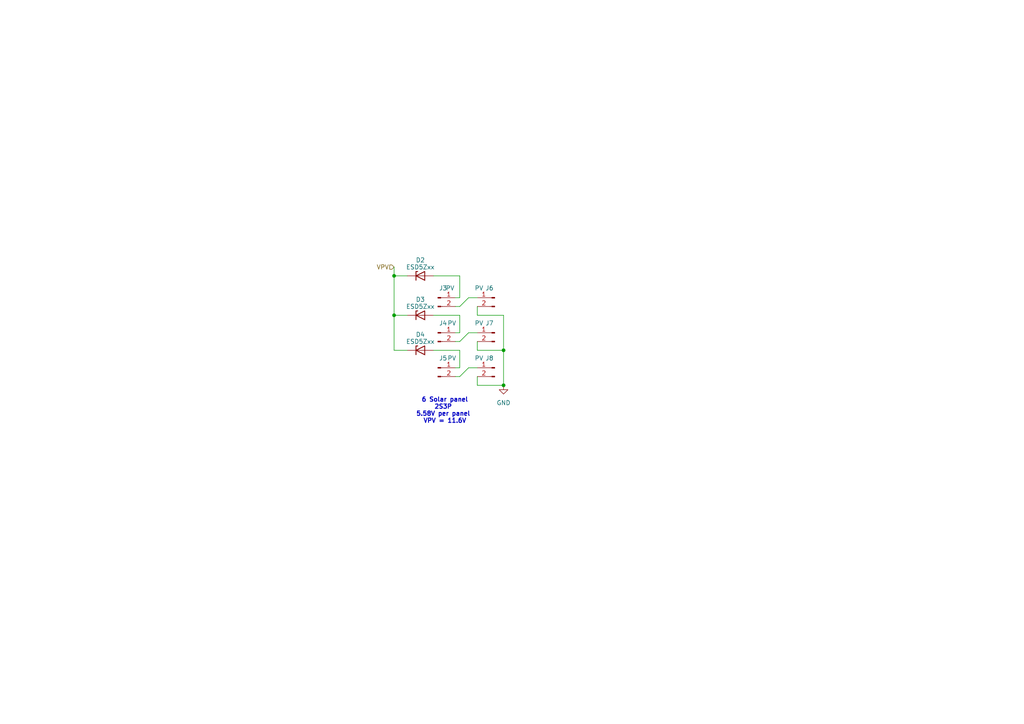
<source format=kicad_sch>
(kicad_sch (version 20250114) (generator "eeschema") (generator_version "9.0")
  (paper "A4")
  (lib_symbols
    (symbol "Connector:Conn_01x02_Pin" (pin_names (offset 1.016) (hide yes))
      (property "Reference" "J" (at 0 2.54 0))
      (property "Value" "Conn_01x02_Pin" (at 0 -5.08 0))
      (symbol "Conn_01x02_Pin_1_1"
        (rectangle (start 0.8636 0.127) (end 0 -0.127) (stroke (width 0.1524)) (fill (type outline)))
        (rectangle (start 0.8636 -2.413) (end 0 -2.667) (stroke (width 0.1524)) (fill (type outline)))
        (polyline (pts (xy 1.27 0) (xy 0.8636 0)) (stroke (width 0.1524)))
        (polyline (pts (xy 1.27 -2.54) (xy 0.8636 -2.54)) (stroke (width 0.1524)))
        (pin passive line (at 5.08 0 180) (length 3.81) (name "Pin_1") (number "1"))
        (pin passive line (at 5.08 -2.54 180) (length 3.81) (name "Pin_2") (number "2"))
      )
    )
    (symbol "Diode:ESD5Zxx" (pin_numbers (hide yes)) (pin_names (hide yes))
      (property "Reference" "D" (at 0 2.54 0))
      (property "Value" "ESD5Zxx" (at 0 -2.54 0))
      (symbol "ESD5Zxx_0_1"
        (polyline (pts (xy -1.27 -1.27) (xy -1.27 1.27) (xy -0.762 1.27)) (stroke (width 0.254)))
        (polyline (pts (xy 1.27 0) (xy -1.27 0)))
        (polyline (pts (xy 1.27 -1.27) (xy 1.27 1.27) (xy -1.27 0) (xy 1.27 -1.27)) (stroke (width 0.254)))
      )
      (symbol "ESD5Zxx_1_1"
        (pin passive line (at -3.81 0 0) (length 2.54) (name "K") (number "1"))
        (pin passive line (at 3.81 0 180) (length 2.54) (name "A") (number "2"))
      )
    )
    (symbol "power:GND" (power) (pin_numbers (hide yes)) (pin_names (offset 0) (hide yes))
      (property "Value" "GND" (at 0 -3.81 0))
      (symbol "GND_0_1"
        (polyline (pts (xy 0 0) (xy 0 -1.27) (xy 1.27 -1.27) (xy 0 -2.54) (xy -1.27 -1.27) (xy 0 -1.27)))
      )
      (symbol "GND_1_1"
        (pin power_in line (at 0 0 270) (length 0) (name "~") (number "1"))
      )
    )
  )
  (text "6 Solar panel\n2S3P \n5.58V per panel \nVPV = 11.6V" (at 129.032 119.126 0) (effects (font (size 1.27 1.27) (thickness 0.254) (bold yes))))
  (junction (at 146.05 111.76))
  (junction (at 114.3 91.44))
  (junction (at 146.05 101.6))
  (junction (at 114.3 80.01))
  (wire (pts (xy 135.89 86.36) (xy 138.43 86.36)))
  (wire (pts (xy 125.73 91.44) (xy 133.35 91.44)))
  (wire (pts (xy 114.3 91.44) (xy 114.3 101.6)))
  (wire (pts (xy 133.35 99.06) (xy 135.89 96.52)))
  (wire (pts (xy 132.08 99.06) (xy 133.35 99.06)))
  (wire (pts (xy 132.08 109.22) (xy 133.35 109.22)))
  (wire (pts (xy 132.08 96.52) (xy 133.35 96.52)))
  (wire (pts (xy 114.3 91.44) (xy 118.11 91.44)))
  (wire (pts (xy 138.43 101.6) (xy 146.05 101.6)))
  (wire (pts (xy 133.35 80.01) (xy 133.35 86.36)))
  (wire (pts (xy 125.73 101.6) (xy 133.35 101.6)))
  (wire (pts (xy 132.08 86.36) (xy 133.35 86.36)))
  (wire (pts (xy 138.43 91.44) (xy 146.05 91.44)))
  (wire (pts (xy 146.05 91.44) (xy 146.05 101.6)))
  (wire (pts (xy 114.3 80.01) (xy 114.3 91.44)))
  (wire (pts (xy 138.43 111.76) (xy 146.05 111.76)))
  (wire (pts (xy 138.43 99.06) (xy 138.43 101.6)))
  (wire (pts (xy 133.35 91.44) (xy 133.35 96.52)))
  (wire (pts (xy 114.3 101.6) (xy 118.11 101.6)))
  (wire (pts (xy 114.3 77.47) (xy 114.3 80.01)))
  (wire (pts (xy 114.3 80.01) (xy 118.11 80.01)))
  (wire (pts (xy 146.05 101.6) (xy 146.05 111.76)))
  (wire (pts (xy 133.35 88.9) (xy 135.89 86.36)))
  (wire (pts (xy 132.08 106.68) (xy 133.35 106.68)))
  (wire (pts (xy 133.35 109.22) (xy 135.89 106.68)))
  (wire (pts (xy 132.08 88.9) (xy 133.35 88.9)))
  (wire (pts (xy 138.43 88.9) (xy 138.43 91.44)))
  (wire (pts (xy 133.35 101.6) (xy 133.35 106.68)))
  (wire (pts (xy 138.43 109.22) (xy 138.43 111.76)))
  (wire (pts (xy 135.89 96.52) (xy 138.43 96.52)))
  (wire (pts (xy 125.73 80.01) (xy 133.35 80.01)))
  (wire (pts (xy 135.89 106.68) (xy 138.43 106.68)))
  (hierarchical_label "VPV" (shape input) (at 114.3 77.47 180))
  (symbol (lib_id "Connector:Conn_01x02_Pin") (at 143.51 96.52 0) (mirror y) (unit 1)
    (property "Reference" "J7" (at 141.986 93.726 0))
    (property "Value" "PV" (at 138.938 93.726 0))
    (property "Footprint" "Connector_PinHeader_1.00mm:PinHeader_1x02_P1.00mm_Vertical" (effects (hide yes)))
    (property "Description" "Generic connector, single row, 01x02, script generated" (effects (hide yes)))
  )
  (symbol (lib_id "Connector:Conn_01x02_Pin") (at 143.51 86.36 0) (mirror y) (unit 1)
    (property "Reference" "J6" (at 141.986 83.566 0))
    (property "Value" "PV" (at 138.938 83.566 0))
    (property "Footprint" "Connector_PinHeader_1.00mm:PinHeader_1x02_P1.00mm_Vertical" (effects (hide yes)))
    (property "Description" "Generic connector, single row, 01x02, script generated" (effects (hide yes)))
  )
  (symbol (lib_id "Diode:ESD5Zxx") (at 121.92 80.01 0) (unit 1)
    (property "Reference" "D2" (at 121.92 75.438 0))
    (property "Value" "ESD5Zxx" (at 121.92 77.47 0))
    (property "Footprint" "Diode_SMD:D_SOD-523" (effects (hide yes)))
    (property "Datasheet" "https://www.onsemi.com/pdf/datasheet/esd5z2.5t1-d.pdf" (effects (hide yes)))
    (property "Description" "ESD Protection Diode, SOD-523" (effects (hide yes)))
  )
  (symbol (lib_id "Connector:Conn_01x02_Pin") (at 127 86.36 0) (unit 1)
    (property "Reference" "J3" (at 128.524 83.566 0))
    (property "Value" "PV" (at 130.556 83.566 0))
    (property "Footprint" "Connector_PinHeader_1.00mm:PinHeader_1x02_P1.00mm_Vertical" (effects (hide yes)))
    (property "Description" "Generic connector, single row, 01x02, script generated" (effects (hide yes)))
  )
  (symbol (lib_id "Diode:ESD5Zxx") (at 121.92 101.6 0) (unit 1)
    (property "Reference" "D4" (at 121.92 97.028 0))
    (property "Value" "ESD5Zxx" (at 121.92 99.06 0))
    (property "Footprint" "Diode_SMD:D_SOD-523" (effects (hide yes)))
    (property "Datasheet" "https://www.onsemi.com/pdf/datasheet/esd5z2.5t1-d.pdf" (effects (hide yes)))
    (property "Description" "ESD Protection Diode, SOD-523" (effects (hide yes)))
  )
  (symbol (lib_id "Connector:Conn_01x02_Pin") (at 127 106.68 0) (unit 1)
    (property "Reference" "J5" (at 128.524 103.886 0))
    (property "Value" "PV" (at 131.064 103.886 0))
    (property "Footprint" "Connector_PinHeader_1.00mm:PinHeader_1x02_P1.00mm_Vertical" (effects (hide yes)))
    (property "Description" "Generic connector, single row, 01x02, script generated" (effects (hide yes)))
  )
  (symbol (lib_id "Connector:Conn_01x02_Pin") (at 143.51 106.68 0) (mirror y) (unit 1)
    (property "Reference" "J8" (at 141.986 103.886 0))
    (property "Value" "PV" (at 138.938 103.886 0))
    (property "Footprint" "Connector_PinHeader_1.00mm:PinHeader_1x02_P1.00mm_Vertical" (effects (hide yes)))
    (property "Description" "Generic connector, single row, 01x02, script generated" (effects (hide yes)))
  )
  (symbol (lib_id "Connector:Conn_01x02_Pin") (at 127 96.52 0) (unit 1)
    (property "Reference" "J4" (at 128.524 93.726 0))
    (property "Value" "PV" (at 131.064 93.726 0))
    (property "Footprint" "Connector_PinHeader_1.00mm:PinHeader_1x02_P1.00mm_Vertical" (effects (hide yes)))
    (property "Description" "Generic connector, single row, 01x02, script generated" (effects (hide yes)))
  )
  (symbol (lib_id "Diode:ESD5Zxx") (at 121.92 91.44 0) (unit 1)
    (property "Reference" "D3" (at 121.92 86.868 0))
    (property "Value" "ESD5Zxx" (at 121.92 88.9 0))
    (property "Footprint" "Diode_SMD:D_SOD-523" (effects (hide yes)))
    (property "Datasheet" "https://www.onsemi.com/pdf/datasheet/esd5z2.5t1-d.pdf" (effects (hide yes)))
    (property "Description" "ESD Protection Diode, SOD-523" (effects (hide yes)))
  )
  (symbol (lib_id "power:GND") (at 146.05 111.76 0) (unit 1)
    (property "Reference" "#PWR035" (effects (hide yes)))
    (property "Value" "GND" (at 146.05 116.84 0))
    (property "Description" "Power symbol creates a global label with name \"GND\" , ground" (effects (hide yes)))
  )
)
</source>
